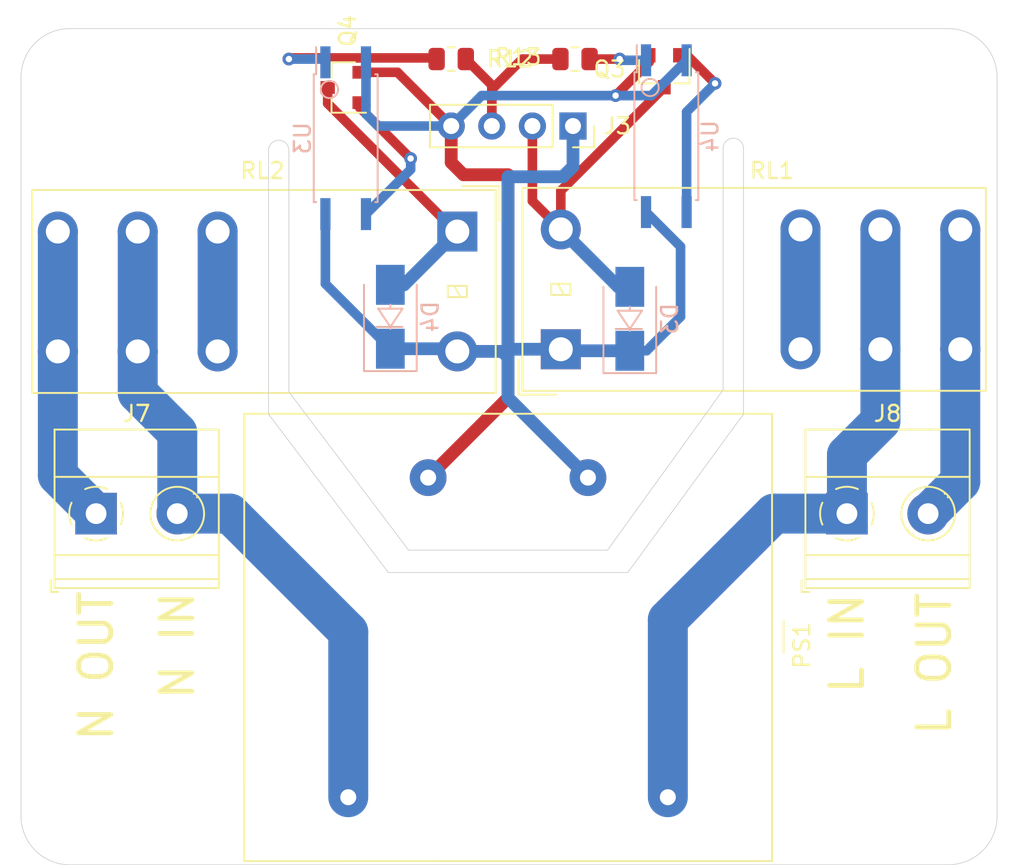
<source format=kicad_pcb>
(kicad_pcb (version 20171130) (host pcbnew "(5.1.7)-1")

  (general
    (thickness 1.6)
    (drawings 52)
    (tracks 97)
    (zones 0)
    (modules 18)
    (nets 16)
  )

  (page A4)
  (layers
    (0 F.Cu signal)
    (31 B.Cu signal)
    (32 B.Adhes user)
    (33 F.Adhes user)
    (34 B.Paste user)
    (35 F.Paste user)
    (36 B.SilkS user)
    (37 F.SilkS user)
    (38 B.Mask user)
    (39 F.Mask user)
    (40 Dwgs.User user)
    (41 Cmts.User user)
    (42 Eco1.User user)
    (43 Eco2.User user)
    (44 Edge.Cuts user)
    (45 Margin user)
    (46 B.CrtYd user)
    (47 F.CrtYd user)
    (48 B.Fab user)
    (49 F.Fab user)
  )

  (setup
    (last_trace_width 0.25)
    (user_trace_width 0.3)
    (user_trace_width 0.4)
    (user_trace_width 0.6)
    (user_trace_width 0.8)
    (user_trace_width 1)
    (user_trace_width 1.5)
    (user_trace_width 2.5)
    (user_trace_width 4)
    (trace_clearance 0.2)
    (zone_clearance 0.508)
    (zone_45_only no)
    (trace_min 0.2)
    (via_size 0.8)
    (via_drill 0.4)
    (via_min_size 0.4)
    (via_min_drill 0.3)
    (uvia_size 0.3)
    (uvia_drill 0.1)
    (uvias_allowed no)
    (uvia_min_size 0.2)
    (uvia_min_drill 0.1)
    (edge_width 0.05)
    (segment_width 0.2)
    (pcb_text_width 0.3)
    (pcb_text_size 1.5 1.5)
    (mod_edge_width 0.12)
    (mod_text_size 1 1)
    (mod_text_width 0.15)
    (pad_size 4.5 4.5)
    (pad_drill 2.7)
    (pad_to_mask_clearance 0)
    (aux_axis_origin 0 0)
    (visible_elements 7FFFFFFF)
    (pcbplotparams
      (layerselection 0x010f0_ffffffff)
      (usegerberextensions false)
      (usegerberattributes true)
      (usegerberadvancedattributes true)
      (creategerberjobfile true)
      (excludeedgelayer true)
      (linewidth 0.100000)
      (plotframeref false)
      (viasonmask false)
      (mode 1)
      (useauxorigin false)
      (hpglpennumber 1)
      (hpglpenspeed 20)
      (hpglpendiameter 15.000000)
      (psnegative false)
      (psa4output false)
      (plotreference true)
      (plotvalue true)
      (plotinvisibletext false)
      (padsonsilk true)
      (subtractmaskfromsilk false)
      (outputformat 1)
      (mirror false)
      (drillshape 0)
      (scaleselection 1)
      (outputdirectory "Gerber/"))
  )

  (net 0 "")
  (net 1 GND)
  (net 2 +5V)
  (net 3 L)
  (net 4 "Net-(Q4-Pad1)")
  (net 5 N)
  (net 6 GPIO14)
  (net 7 "Net-(R12-Pad1)")
  (net 8 RELE_D)
  (net 9 "Net-(D4-Pad2)")
  (net 10 "Net-(Q3-Pad1)")
  (net 11 "Net-(R13-Pad1)")
  (net 12 "Net-(RL1-Pad2)")
  (net 13 "Net-(RL2-Pad2)")
  (net 14 N_OUT)
  (net 15 L_OUT)

  (net_class Default "This is the default net class."
    (clearance 0.2)
    (trace_width 0.25)
    (via_dia 0.8)
    (via_drill 0.4)
    (uvia_dia 0.3)
    (uvia_drill 0.1)
    (add_net +5V)
    (add_net GND)
    (add_net GPIO14)
    (add_net L_OUT)
    (add_net N_OUT)
    (add_net "Net-(D4-Pad2)")
    (add_net "Net-(Q3-Pad1)")
    (add_net "Net-(Q4-Pad1)")
    (add_net "Net-(R12-Pad1)")
    (add_net "Net-(R13-Pad1)")
    (add_net "Net-(RL1-Pad2)")
    (add_net "Net-(RL2-Pad2)")
    (add_net RELE_D)
  )

  (net_class 230 ""
    (clearance 0.2)
    (trace_width 2.5)
    (via_dia 0.8)
    (via_drill 0.4)
    (uvia_dia 0.4)
    (uvia_drill 0.1)
    (add_net L)
    (add_net N)
  )

  (module Package_SO:SO-4_7.6x3.6mm_P2.54mm (layer B.Cu) (tedit 5B1E4DA6) (tstamp 5F9A0720)
    (at 162.56 48.514 270)
    (descr "4-Lead Plastic Small Outline (SO) (http://www.everlight.com/file/ProductFile/201407061745083848.pdf)")
    (tags "SO SOIC 2.54")
    (path /5FA0093F)
    (attr smd)
    (fp_text reference U4 (at 0 -2.7432 90) (layer B.SilkS)
      (effects (font (size 1 1) (thickness 0.15)) (justify mirror))
    )
    (fp_text value EL817 (at 0 -2.8 90) (layer B.Fab)
      (effects (font (size 1 1) (thickness 0.15)) (justify mirror))
    )
    (fp_line (start -4 1.85) (end -5.7 1.85) (layer B.SilkS) (width 0.12))
    (fp_line (start 4 -1.85) (end 4 -2) (layer B.SilkS) (width 0.12))
    (fp_line (start 4 -2) (end -4 -2) (layer B.SilkS) (width 0.12))
    (fp_line (start -4 -2) (end -4 -1.85) (layer B.SilkS) (width 0.12))
    (fp_line (start -4 1.85) (end -4 2) (layer B.SilkS) (width 0.12))
    (fp_line (start -4 2) (end 4 2) (layer B.SilkS) (width 0.12))
    (fp_line (start 4 2) (end 4 1.85) (layer B.SilkS) (width 0.12))
    (fp_line (start 3.8 1.8) (end 3.8 -1.8) (layer B.Fab) (width 0.12))
    (fp_line (start 3.8 -1.8) (end -3.8 -1.8) (layer B.Fab) (width 0.12))
    (fp_line (start -3.8 -1.8) (end -3.8 1) (layer B.Fab) (width 0.12))
    (fp_line (start -3.8 1) (end -3 1.8) (layer B.Fab) (width 0.12))
    (fp_line (start -3 1.8) (end 3.8 1.8) (layer B.Fab) (width 0.12))
    (fp_line (start -6 2.05) (end 6 2.05) (layer B.CrtYd) (width 0.05))
    (fp_line (start -6 2.05) (end -6 -2.05) (layer B.CrtYd) (width 0.05))
    (fp_line (start 6 -2.05) (end 6 2.05) (layer B.CrtYd) (width 0.05))
    (fp_line (start 6 -2.05) (end -6 -2.05) (layer B.CrtYd) (width 0.05))
    (fp_text user %R (at 0 0.065 90) (layer B.Fab)
      (effects (font (size 1 1) (thickness 0.15)) (justify mirror))
    )
    (pad 4 smd rect (at 4.75 1.27 270) (size 2 0.64) (layers B.Cu B.Paste B.Mask)
      (net 2 +5V))
    (pad 3 smd rect (at 4.75 -1.27 270) (size 2 0.64) (layers B.Cu B.Paste B.Mask)
      (net 10 "Net-(Q3-Pad1)"))
    (pad 2 smd rect (at -4.75 -1.27 270) (size 2 0.64) (layers B.Cu B.Paste B.Mask)
      (net 1 GND))
    (pad 1 smd rect (at -4.75 1.27 270) (size 2 0.64) (layers B.Cu B.Paste B.Mask)
      (net 11 "Net-(R13-Pad1)"))
    (model ${KISYS3DMOD}/Package_SO.3dshapes/SO-4_7.6x3.6mm_P2.54mm.wrl
      (at (xyz 0 0 0))
      (scale (xyz 1 1 1))
      (rotate (xyz 0 0 0))
    )
  )

  (module Relay_THT:Relay_DPDT_Omron_G2RL (layer F.Cu) (tedit 5E6F86BB) (tstamp 6033D32E)
    (at 149.479 54.483 180)
    (descr "Omron Relay DPDT, https://omronfs.omron.com/en_US/ecb/products/pdf/en-g2rl.pdf")
    (tags "Omron Relay DPDT")
    (path /606FDECB)
    (fp_text reference RL2 (at 12.192 3.81 180) (layer F.SilkS)
      (effects (font (size 1 1) (thickness 0.15)))
    )
    (fp_text value G2RL-2-DC5 (at 12.1 3.9 180) (layer F.Fab)
      (effects (font (size 1 1) (thickness 0.15)))
    )
    (fp_line (start 26.75 2.75) (end 26.75 -10.25) (layer F.CrtYd) (width 0.05))
    (fp_line (start -2.55 2.75) (end 26.75 2.75) (layer F.CrtYd) (width 0.05))
    (fp_line (start -2.55 -10.25) (end -2.55 2.75) (layer F.CrtYd) (width 0.05))
    (fp_line (start 26.75 -10.25) (end -2.55 -10.25) (layer F.CrtYd) (width 0.05))
    (fp_line (start -2.64 2.84) (end -2.64 0.65) (layer F.SilkS) (width 0.12))
    (fp_line (start -0.3 2.84) (end -2.64 2.84) (layer F.SilkS) (width 0.12))
    (fp_line (start 0.6 -3.4) (end 0.6 -4.1) (layer F.SilkS) (width 0.12))
    (fp_line (start -0.6 -3.4) (end 0.6 -3.4) (layer F.SilkS) (width 0.12))
    (fp_line (start -0.6 -4.1) (end -0.6 -3.4) (layer F.SilkS) (width 0.12))
    (fp_line (start 0.6 -4.1) (end -0.6 -4.1) (layer F.SilkS) (width 0.12))
    (fp_line (start 0.2 -3.4) (end -0.2 -4.1) (layer F.SilkS) (width 0.12))
    (fp_line (start 26.6 2.6) (end 26.6 -10.1) (layer F.SilkS) (width 0.12))
    (fp_line (start -2.4 2.6) (end 26.6 2.6) (layer F.SilkS) (width 0.12))
    (fp_line (start -2.4 -10.1) (end -2.4 2.6) (layer F.SilkS) (width 0.12))
    (fp_line (start 26.6 -10.1) (end -2.4 -10.1) (layer F.SilkS) (width 0.12))
    (fp_line (start -2.64 2.84) (end -2.64 0.65) (layer F.Fab) (width 0.1))
    (fp_line (start -0.3 2.84) (end -2.64 2.84) (layer F.Fab) (width 0.1))
    (fp_line (start 0 -1.5) (end 0 -6) (layer F.Fab) (width 0.1))
    (fp_line (start 26.5 2.5) (end 26.5 -10) (layer F.Fab) (width 0.1))
    (fp_line (start -2.3 2.5) (end 26.5 2.5) (layer F.Fab) (width 0.1))
    (fp_line (start -2.3 -10) (end -2.3 2.5) (layer F.Fab) (width 0.1))
    (fp_line (start 26.5 -10) (end -2.3 -10) (layer F.Fab) (width 0.1))
    (fp_text user %R (at 12 -3.75 180) (layer F.Fab)
      (effects (font (size 1 1) (thickness 0.15)))
    )
    (pad 1 thru_hole rect (at 0 0 270) (size 2.5 2.5) (drill 1.5) (layers *.Cu *.Mask)
      (net 9 "Net-(D4-Pad2)"))
    (pad 2 thru_hole oval (at 15 0 270) (size 2.5 2.5) (drill 1.5) (layers *.Cu *.Mask)
      (net 13 "Net-(RL2-Pad2)"))
    (pad 3 thru_hole oval (at 20 0 270) (size 2.5 2.5) (drill 1.5) (layers *.Cu *.Mask)
      (net 5 N))
    (pad 4 thru_hole oval (at 25 0 270) (size 2.5 2.5) (drill 1.5) (layers *.Cu *.Mask)
      (net 14 N_OUT))
    (pad 5 thru_hole oval (at 25 -7.5 270) (size 2.5 2.5) (drill 1.5) (layers *.Cu *.Mask)
      (net 14 N_OUT))
    (pad 6 thru_hole oval (at 20 -7.5 270) (size 2.5 2.5) (drill 1.5) (layers *.Cu *.Mask)
      (net 5 N))
    (pad 7 thru_hole oval (at 15 -7.5 270) (size 2.5 2.5) (drill 1.5) (layers *.Cu *.Mask)
      (net 13 "Net-(RL2-Pad2)"))
    (pad 8 thru_hole oval (at 0 -7.5 270) (size 2.5 2.5) (drill 1.5) (layers *.Cu *.Mask)
      (net 2 +5V))
    (model ${KISYS3DMOD}/Relay_THT.3dshapes/Relay_DPDT_Omron_G2RL.wrl
      (at (xyz 0 0 0))
      (scale (xyz 1 1 1))
      (rotate (xyz 0 0 0))
    )
  )

  (module Resistor_SMD:R_0805_2012Metric (layer F.Cu) (tedit 5F68FEEE) (tstamp 5F9A0657)
    (at 156.845 43.688 180)
    (descr "Resistor SMD 0805 (2012 Metric), square (rectangular) end terminal, IPC_7351 nominal, (Body size source: IPC-SM-782 page 72, https://www.pcb-3d.com/wordpress/wp-content/uploads/ipc-sm-782a_amendment_1_and_2.pdf), generated with kicad-footprint-generator")
    (tags resistor)
    (path /5F98060C)
    (attr smd)
    (fp_text reference R13 (at 3.556 0.127) (layer F.SilkS)
      (effects (font (size 1 1) (thickness 0.15)))
    )
    (fp_text value 1k (at 0 1.65) (layer F.Fab)
      (effects (font (size 1 1) (thickness 0.15)))
    )
    (fp_line (start -1 0.625) (end -1 -0.625) (layer F.Fab) (width 0.1))
    (fp_line (start -1 -0.625) (end 1 -0.625) (layer F.Fab) (width 0.1))
    (fp_line (start 1 -0.625) (end 1 0.625) (layer F.Fab) (width 0.1))
    (fp_line (start 1 0.625) (end -1 0.625) (layer F.Fab) (width 0.1))
    (fp_line (start -0.227064 -0.735) (end 0.227064 -0.735) (layer F.SilkS) (width 0.12))
    (fp_line (start -0.227064 0.735) (end 0.227064 0.735) (layer F.SilkS) (width 0.12))
    (fp_line (start -1.68 0.95) (end -1.68 -0.95) (layer F.CrtYd) (width 0.05))
    (fp_line (start -1.68 -0.95) (end 1.68 -0.95) (layer F.CrtYd) (width 0.05))
    (fp_line (start 1.68 -0.95) (end 1.68 0.95) (layer F.CrtYd) (width 0.05))
    (fp_line (start 1.68 0.95) (end -1.68 0.95) (layer F.CrtYd) (width 0.05))
    (fp_text user %R (at 0 0) (layer F.Fab)
      (effects (font (size 0.5 0.5) (thickness 0.08)))
    )
    (pad 2 smd roundrect (at 0.9125 0 180) (size 1.025 1.4) (layers F.Cu F.Paste F.Mask) (roundrect_rratio 0.2439004878048781)
      (net 6 GPIO14))
    (pad 1 smd roundrect (at -0.9125 0 180) (size 1.025 1.4) (layers F.Cu F.Paste F.Mask) (roundrect_rratio 0.2439004878048781)
      (net 11 "Net-(R13-Pad1)"))
    (model ${KISYS3DMOD}/Resistor_SMD.3dshapes/R_0805_2012Metric.wrl
      (at (xyz 0 0 0))
      (scale (xyz 1 1 1))
      (rotate (xyz 0 0 0))
    )
  )

  (module Relay_THT:Relay_DPDT_Omron_G2RL (layer F.Cu) (tedit 5E6F86BB) (tstamp 5F9A3DE4)
    (at 155.956 61.849)
    (descr "Omron Relay DPDT, https://omronfs.omron.com/en_US/ecb/products/pdf/en-g2rl.pdf")
    (tags "Omron Relay DPDT")
    (path /5FBF3E01)
    (fp_text reference RL1 (at 13.208 -11.176 180) (layer F.SilkS)
      (effects (font (size 1 1) (thickness 0.15)))
    )
    (fp_text value G2RL-2-DC5 (at 12.1 3.9 180) (layer F.Fab)
      (effects (font (size 1 1) (thickness 0.15)))
    )
    (fp_line (start 26.5 -10) (end -2.3 -10) (layer F.Fab) (width 0.1))
    (fp_line (start -2.3 -10) (end -2.3 2.5) (layer F.Fab) (width 0.1))
    (fp_line (start -2.3 2.5) (end 26.5 2.5) (layer F.Fab) (width 0.1))
    (fp_line (start 26.5 2.5) (end 26.5 -10) (layer F.Fab) (width 0.1))
    (fp_line (start 0 -1.5) (end 0 -6) (layer F.Fab) (width 0.1))
    (fp_line (start -0.3 2.84) (end -2.64 2.84) (layer F.Fab) (width 0.1))
    (fp_line (start -2.64 2.84) (end -2.64 0.65) (layer F.Fab) (width 0.1))
    (fp_line (start 26.6 -10.1) (end -2.4 -10.1) (layer F.SilkS) (width 0.12))
    (fp_line (start -2.4 -10.1) (end -2.4 2.6) (layer F.SilkS) (width 0.12))
    (fp_line (start -2.4 2.6) (end 26.6 2.6) (layer F.SilkS) (width 0.12))
    (fp_line (start 26.6 2.6) (end 26.6 -10.1) (layer F.SilkS) (width 0.12))
    (fp_line (start 0.2 -3.4) (end -0.2 -4.1) (layer F.SilkS) (width 0.12))
    (fp_line (start 0.6 -4.1) (end -0.6 -4.1) (layer F.SilkS) (width 0.12))
    (fp_line (start -0.6 -4.1) (end -0.6 -3.4) (layer F.SilkS) (width 0.12))
    (fp_line (start -0.6 -3.4) (end 0.6 -3.4) (layer F.SilkS) (width 0.12))
    (fp_line (start 0.6 -3.4) (end 0.6 -4.1) (layer F.SilkS) (width 0.12))
    (fp_line (start -0.3 2.84) (end -2.64 2.84) (layer F.SilkS) (width 0.12))
    (fp_line (start -2.64 2.84) (end -2.64 0.65) (layer F.SilkS) (width 0.12))
    (fp_line (start 26.75 -10.25) (end -2.55 -10.25) (layer F.CrtYd) (width 0.05))
    (fp_line (start -2.55 -10.25) (end -2.55 2.75) (layer F.CrtYd) (width 0.05))
    (fp_line (start -2.55 2.75) (end 26.75 2.75) (layer F.CrtYd) (width 0.05))
    (fp_line (start 26.75 2.75) (end 26.75 -10.25) (layer F.CrtYd) (width 0.05))
    (fp_text user %R (at 12 -3.75 180) (layer F.Fab)
      (effects (font (size 1 1) (thickness 0.15)))
    )
    (pad 8 thru_hole oval (at 0 -7.5 90) (size 2.5 2.5) (drill 1.5) (layers *.Cu *.Mask)
      (net 8 RELE_D))
    (pad 7 thru_hole oval (at 15 -7.5 90) (size 2.5 2.5) (drill 1.5) (layers *.Cu *.Mask)
      (net 12 "Net-(RL1-Pad2)"))
    (pad 6 thru_hole oval (at 20 -7.5 90) (size 2.5 2.5) (drill 1.5) (layers *.Cu *.Mask)
      (net 3 L))
    (pad 5 thru_hole oval (at 25 -7.5 90) (size 2.5 2.5) (drill 1.5) (layers *.Cu *.Mask)
      (net 15 L_OUT))
    (pad 4 thru_hole oval (at 25 0 90) (size 2.5 2.5) (drill 1.5) (layers *.Cu *.Mask)
      (net 15 L_OUT))
    (pad 3 thru_hole oval (at 20 0 90) (size 2.5 2.5) (drill 1.5) (layers *.Cu *.Mask)
      (net 3 L))
    (pad 2 thru_hole oval (at 15 0 90) (size 2.5 2.5) (drill 1.5) (layers *.Cu *.Mask)
      (net 12 "Net-(RL1-Pad2)"))
    (pad 1 thru_hole rect (at 0 0 90) (size 2.5 2.5) (drill 1.5) (layers *.Cu *.Mask)
      (net 2 +5V))
    (model ${KISYS3DMOD}/Relay_THT.3dshapes/Relay_DPDT_Omron_G2RL.wrl
      (at (xyz 0 0 0))
      (scale (xyz 1 1 1))
      (rotate (xyz 0 0 0))
    )
  )

  (module Diode_SMD:D_SMA (layer B.Cu) (tedit 586432E5) (tstamp 5F9BDAF5)
    (at 160.274 59.944 90)
    (descr "Diode SMA (DO-214AC)")
    (tags "Diode SMA (DO-214AC)")
    (path /5F9EA8E8)
    (attr smd)
    (fp_text reference D3 (at 0 2.5 90) (layer B.SilkS)
      (effects (font (size 1 1) (thickness 0.15)) (justify mirror))
    )
    (fp_text value D (at 0 -2.6 90) (layer B.Fab)
      (effects (font (size 1 1) (thickness 0.15)) (justify mirror))
    )
    (fp_line (start -3.4 1.65) (end -3.4 -1.65) (layer B.SilkS) (width 0.12))
    (fp_line (start 2.3 -1.5) (end -2.3 -1.5) (layer B.Fab) (width 0.1))
    (fp_line (start -2.3 -1.5) (end -2.3 1.5) (layer B.Fab) (width 0.1))
    (fp_line (start 2.3 1.5) (end 2.3 -1.5) (layer B.Fab) (width 0.1))
    (fp_line (start 2.3 1.5) (end -2.3 1.5) (layer B.Fab) (width 0.1))
    (fp_line (start -3.5 1.75) (end 3.5 1.75) (layer B.CrtYd) (width 0.05))
    (fp_line (start 3.5 1.75) (end 3.5 -1.75) (layer B.CrtYd) (width 0.05))
    (fp_line (start 3.5 -1.75) (end -3.5 -1.75) (layer B.CrtYd) (width 0.05))
    (fp_line (start -3.5 -1.75) (end -3.5 1.75) (layer B.CrtYd) (width 0.05))
    (fp_line (start -0.64944 -0.00102) (end -1.55114 -0.00102) (layer B.Fab) (width 0.1))
    (fp_line (start 0.50118 -0.00102) (end 1.4994 -0.00102) (layer B.Fab) (width 0.1))
    (fp_line (start -0.64944 0.79908) (end -0.64944 -0.80112) (layer B.Fab) (width 0.1))
    (fp_line (start 0.50118 -0.75032) (end 0.50118 0.79908) (layer B.Fab) (width 0.1))
    (fp_line (start -0.64944 -0.00102) (end 0.50118 -0.75032) (layer B.Fab) (width 0.1))
    (fp_line (start -0.64944 -0.00102) (end 0.50118 0.79908) (layer B.Fab) (width 0.1))
    (fp_line (start -3.4 -1.65) (end 2 -1.65) (layer B.SilkS) (width 0.12))
    (fp_line (start -3.4 1.65) (end 2 1.65) (layer B.SilkS) (width 0.12))
    (fp_text user %R (at 0 2.5 90) (layer B.Fab)
      (effects (font (size 1 1) (thickness 0.15)) (justify mirror))
    )
    (pad 2 smd rect (at 2 0 90) (size 2.5 1.8) (layers B.Cu B.Paste B.Mask)
      (net 8 RELE_D))
    (pad 1 smd rect (at -2 0 90) (size 2.5 1.8) (layers B.Cu B.Paste B.Mask)
      (net 2 +5V))
    (model ${KISYS3DMOD}/Diode_SMD.3dshapes/D_SMA.wrl
      (at (xyz 0 0 0))
      (scale (xyz 1 1 1))
      (rotate (xyz 0 0 0))
    )
  )

  (module Package_TO_SOT_SMD:SOT-23 (layer F.Cu) (tedit 5A02FF57) (tstamp 5F9BDB8C)
    (at 162.433 44.45 270)
    (descr "SOT-23, Standard")
    (tags SOT-23)
    (path /5F97E341)
    (attr smd)
    (fp_text reference Q3 (at -0.127 3.429 180) (layer F.SilkS)
      (effects (font (size 1 1) (thickness 0.15)))
    )
    (fp_text value MMBT5551L (at 0 2.5 90) (layer F.Fab)
      (effects (font (size 1 1) (thickness 0.15)))
    )
    (fp_line (start -0.7 -0.95) (end -0.7 1.5) (layer F.Fab) (width 0.1))
    (fp_line (start -0.15 -1.52) (end 0.7 -1.52) (layer F.Fab) (width 0.1))
    (fp_line (start -0.7 -0.95) (end -0.15 -1.52) (layer F.Fab) (width 0.1))
    (fp_line (start 0.7 -1.52) (end 0.7 1.52) (layer F.Fab) (width 0.1))
    (fp_line (start -0.7 1.52) (end 0.7 1.52) (layer F.Fab) (width 0.1))
    (fp_line (start 0.76 1.58) (end 0.76 0.65) (layer F.SilkS) (width 0.12))
    (fp_line (start 0.76 -1.58) (end 0.76 -0.65) (layer F.SilkS) (width 0.12))
    (fp_line (start -1.7 -1.75) (end 1.7 -1.75) (layer F.CrtYd) (width 0.05))
    (fp_line (start 1.7 -1.75) (end 1.7 1.75) (layer F.CrtYd) (width 0.05))
    (fp_line (start 1.7 1.75) (end -1.7 1.75) (layer F.CrtYd) (width 0.05))
    (fp_line (start -1.7 1.75) (end -1.7 -1.75) (layer F.CrtYd) (width 0.05))
    (fp_line (start 0.76 -1.58) (end -1.4 -1.58) (layer F.SilkS) (width 0.12))
    (fp_line (start 0.76 1.58) (end -0.7 1.58) (layer F.SilkS) (width 0.12))
    (fp_text user %R (at 0 0) (layer F.Fab)
      (effects (font (size 0.5 0.5) (thickness 0.075)))
    )
    (pad 3 smd rect (at 1 0 270) (size 0.9 0.8) (layers F.Cu F.Paste F.Mask)
      (net 8 RELE_D))
    (pad 2 smd rect (at -1 0.95 270) (size 0.9 0.8) (layers F.Cu F.Paste F.Mask)
      (net 1 GND))
    (pad 1 smd rect (at -1 -0.95 270) (size 0.9 0.8) (layers F.Cu F.Paste F.Mask)
      (net 10 "Net-(Q3-Pad1)"))
    (model ${KISYS3DMOD}/Package_TO_SOT_SMD.3dshapes/SOT-23.wrl
      (at (xyz 0 0 0))
      (scale (xyz 1 1 1))
      (rotate (xyz 0 0 0))
    )
  )

  (module Connector_PinSocket_2.54mm:PinSocket_1x04_P2.54mm_Vertical (layer F.Cu) (tedit 5A19A429) (tstamp 603393E4)
    (at 156.718 47.879 270)
    (descr "Through hole straight socket strip, 1x04, 2.54mm pitch, single row (from Kicad 4.0.7), script generated")
    (tags "Through hole socket strip THT 1x04 2.54mm single row")
    (path /60520ADA)
    (fp_text reference J3 (at 0 -2.77 180) (layer F.SilkS)
      (effects (font (size 1 1) (thickness 0.15)))
    )
    (fp_text value Conn_01x04_Female (at 0 10.39 90) (layer F.Fab)
      (effects (font (size 1 1) (thickness 0.15)))
    )
    (fp_line (start -1.8 9.4) (end -1.8 -1.8) (layer F.CrtYd) (width 0.05))
    (fp_line (start 1.75 9.4) (end -1.8 9.4) (layer F.CrtYd) (width 0.05))
    (fp_line (start 1.75 -1.8) (end 1.75 9.4) (layer F.CrtYd) (width 0.05))
    (fp_line (start -1.8 -1.8) (end 1.75 -1.8) (layer F.CrtYd) (width 0.05))
    (fp_line (start 0 -1.33) (end 1.33 -1.33) (layer F.SilkS) (width 0.12))
    (fp_line (start 1.33 -1.33) (end 1.33 0) (layer F.SilkS) (width 0.12))
    (fp_line (start 1.33 1.27) (end 1.33 8.95) (layer F.SilkS) (width 0.12))
    (fp_line (start -1.33 8.95) (end 1.33 8.95) (layer F.SilkS) (width 0.12))
    (fp_line (start -1.33 1.27) (end -1.33 8.95) (layer F.SilkS) (width 0.12))
    (fp_line (start -1.33 1.27) (end 1.33 1.27) (layer F.SilkS) (width 0.12))
    (fp_line (start -1.27 8.89) (end -1.27 -1.27) (layer F.Fab) (width 0.1))
    (fp_line (start 1.27 8.89) (end -1.27 8.89) (layer F.Fab) (width 0.1))
    (fp_line (start 1.27 -0.635) (end 1.27 8.89) (layer F.Fab) (width 0.1))
    (fp_line (start 0.635 -1.27) (end 1.27 -0.635) (layer F.Fab) (width 0.1))
    (fp_line (start -1.27 -1.27) (end 0.635 -1.27) (layer F.Fab) (width 0.1))
    (fp_text user %R (at 0 3.81) (layer F.Fab)
      (effects (font (size 1 1) (thickness 0.15)))
    )
    (pad 1 thru_hole rect (at 0 0 270) (size 1.7 1.7) (drill 1) (layers *.Cu *.Mask)
      (net 2 +5V))
    (pad 2 thru_hole oval (at 0 2.54 270) (size 1.7 1.7) (drill 1) (layers *.Cu *.Mask)
      (net 8 RELE_D))
    (pad 3 thru_hole oval (at 0 5.08 270) (size 1.7 1.7) (drill 1) (layers *.Cu *.Mask)
      (net 6 GPIO14))
    (pad 4 thru_hole oval (at 0 7.62 270) (size 1.7 1.7) (drill 1) (layers *.Cu *.Mask)
      (net 1 GND))
    (model ${KISYS3DMOD}/Connector_PinSocket_2.54mm.3dshapes/PinSocket_1x04_P2.54mm_Vertical.wrl
      (at (xyz 0 0 0))
      (scale (xyz 1 1 1))
      (rotate (xyz 0 0 0))
    )
  )

  (module MountingHole:MountingHole_3.2mm_M3 (layer F.Cu) (tedit 56D1B4CB) (tstamp 60339C56)
    (at 133.223 45.593)
    (descr "Mounting Hole 3.2mm, no annular, M3")
    (tags "mounting hole 3.2mm no annular m3")
    (path /605FAC2E)
    (attr virtual)
    (fp_text reference H5 (at 0 -4.2) (layer F.SilkS) hide
      (effects (font (size 1 1) (thickness 0.15)))
    )
    (fp_text value MountingHole (at 0 4.2) (layer F.Fab)
      (effects (font (size 1 1) (thickness 0.15)))
    )
    (fp_circle (center 0 0) (end 3.2 0) (layer Cmts.User) (width 0.15))
    (fp_circle (center 0 0) (end 3.45 0) (layer F.CrtYd) (width 0.05))
    (fp_text user %R (at 0.3 0) (layer F.Fab)
      (effects (font (size 1 1) (thickness 0.15)))
    )
    (pad 1 np_thru_hole circle (at 0 0) (size 3.2 3.2) (drill 3.2) (layers *.Cu *.Mask))
  )

  (module MountingHole:MountingHole_3.2mm_M3 (layer F.Cu) (tedit 56D1B4CB) (tstamp 60339C5E)
    (at 172.212 45.593)
    (descr "Mounting Hole 3.2mm, no annular, M3")
    (tags "mounting hole 3.2mm no annular m3")
    (path /60602CBD)
    (attr virtual)
    (fp_text reference H6 (at 0 -4.2) (layer F.SilkS) hide
      (effects (font (size 1 1) (thickness 0.15)))
    )
    (fp_text value MountingHole (at 0 4.2) (layer F.Fab)
      (effects (font (size 1 1) (thickness 0.15)))
    )
    (fp_circle (center 0 0) (end 3.2 0) (layer Cmts.User) (width 0.15))
    (fp_circle (center 0 0) (end 3.45 0) (layer F.CrtYd) (width 0.05))
    (fp_text user %R (at 0.3 0) (layer F.Fab)
      (effects (font (size 1 1) (thickness 0.15)))
    )
    (pad 1 np_thru_hole circle (at 0 0) (size 3.2 3.2) (drill 3.2) (layers *.Cu *.Mask))
  )

  (module MountingHole:MountingHole_3.2mm_M3 (layer F.Cu) (tedit 56D1B4CB) (tstamp 60339C66)
    (at 133.223 87.122)
    (descr "Mounting Hole 3.2mm, no annular, M3")
    (tags "mounting hole 3.2mm no annular m3")
    (path /60602AF9)
    (attr virtual)
    (fp_text reference H7 (at 0 -4.2) (layer F.SilkS) hide
      (effects (font (size 1 1) (thickness 0.15)))
    )
    (fp_text value MountingHole (at 0 4.2) (layer F.Fab)
      (effects (font (size 1 1) (thickness 0.15)))
    )
    (fp_circle (center 0 0) (end 3.45 0) (layer F.CrtYd) (width 0.05))
    (fp_circle (center 0 0) (end 3.2 0) (layer Cmts.User) (width 0.15))
    (fp_text user %R (at 0.3 0) (layer F.Fab)
      (effects (font (size 1 1) (thickness 0.15)))
    )
    (pad 1 np_thru_hole circle (at 0 0) (size 3.2 3.2) (drill 3.2) (layers *.Cu *.Mask))
  )

  (module MountingHole:MountingHole_3.2mm_M3 (layer F.Cu) (tedit 56D1B4CB) (tstamp 60339C6E)
    (at 172.212 87.122)
    (descr "Mounting Hole 3.2mm, no annular, M3")
    (tags "mounting hole 3.2mm no annular m3")
    (path /60602FCA)
    (attr virtual)
    (fp_text reference H8 (at 0 -4.2) (layer F.SilkS) hide
      (effects (font (size 1 1) (thickness 0.15)))
    )
    (fp_text value MountingHole (at 0 4.2) (layer F.Fab)
      (effects (font (size 1 1) (thickness 0.15)))
    )
    (fp_circle (center 0 0) (end 3.45 0) (layer F.CrtYd) (width 0.05))
    (fp_circle (center 0 0) (end 3.2 0) (layer Cmts.User) (width 0.15))
    (fp_text user %R (at 0.3 0) (layer F.Fab)
      (effects (font (size 1 1) (thickness 0.15)))
    )
    (pad 1 np_thru_hole circle (at 0 0) (size 3.2 3.2) (drill 3.2) (layers *.Cu *.Mask))
  )

  (module Diode_SMD:D_SMA (layer B.Cu) (tedit 586432E5) (tstamp 6033D2E5)
    (at 145.288 59.817 90)
    (descr "Diode SMA (DO-214AC)")
    (tags "Diode SMA (DO-214AC)")
    (path /606FDEF8)
    (attr smd)
    (fp_text reference D4 (at 0 2.5 -90) (layer B.SilkS)
      (effects (font (size 1 1) (thickness 0.15)) (justify mirror))
    )
    (fp_text value D (at 0 -2.6 -90) (layer B.Fab)
      (effects (font (size 1 1) (thickness 0.15)) (justify mirror))
    )
    (fp_line (start -3.4 1.65) (end 2 1.65) (layer B.SilkS) (width 0.12))
    (fp_line (start -3.4 -1.65) (end 2 -1.65) (layer B.SilkS) (width 0.12))
    (fp_line (start -0.64944 -0.00102) (end 0.50118 0.79908) (layer B.Fab) (width 0.1))
    (fp_line (start -0.64944 -0.00102) (end 0.50118 -0.75032) (layer B.Fab) (width 0.1))
    (fp_line (start 0.50118 -0.75032) (end 0.50118 0.79908) (layer B.Fab) (width 0.1))
    (fp_line (start -0.64944 0.79908) (end -0.64944 -0.80112) (layer B.Fab) (width 0.1))
    (fp_line (start 0.50118 -0.00102) (end 1.4994 -0.00102) (layer B.Fab) (width 0.1))
    (fp_line (start -0.64944 -0.00102) (end -1.55114 -0.00102) (layer B.Fab) (width 0.1))
    (fp_line (start -3.5 -1.75) (end -3.5 1.75) (layer B.CrtYd) (width 0.05))
    (fp_line (start 3.5 -1.75) (end -3.5 -1.75) (layer B.CrtYd) (width 0.05))
    (fp_line (start 3.5 1.75) (end 3.5 -1.75) (layer B.CrtYd) (width 0.05))
    (fp_line (start -3.5 1.75) (end 3.5 1.75) (layer B.CrtYd) (width 0.05))
    (fp_line (start 2.3 1.5) (end -2.3 1.5) (layer B.Fab) (width 0.1))
    (fp_line (start 2.3 1.5) (end 2.3 -1.5) (layer B.Fab) (width 0.1))
    (fp_line (start -2.3 -1.5) (end -2.3 1.5) (layer B.Fab) (width 0.1))
    (fp_line (start 2.3 -1.5) (end -2.3 -1.5) (layer B.Fab) (width 0.1))
    (fp_line (start -3.4 1.65) (end -3.4 -1.65) (layer B.SilkS) (width 0.12))
    (fp_text user %R (at 0 2.5 -90) (layer B.Fab)
      (effects (font (size 1 1) (thickness 0.15)) (justify mirror))
    )
    (pad 1 smd rect (at -2 0 90) (size 2.5 1.8) (layers B.Cu B.Paste B.Mask)
      (net 2 +5V))
    (pad 2 smd rect (at 2 0 90) (size 2.5 1.8) (layers B.Cu B.Paste B.Mask)
      (net 9 "Net-(D4-Pad2)"))
    (model ${KISYS3DMOD}/Diode_SMD.3dshapes/D_SMA.wrl
      (at (xyz 0 0 0))
      (scale (xyz 1 1 1))
      (rotate (xyz 0 0 0))
    )
  )

  (module Package_TO_SOT_SMD:SOT-23 (layer F.Cu) (tedit 5A02FF57) (tstamp 6033D2FA)
    (at 142.367 45.466 180)
    (descr "SOT-23, Standard")
    (tags SOT-23)
    (path /606FDF15)
    (attr smd)
    (fp_text reference Q4 (at -0.254 3.556 270) (layer F.SilkS)
      (effects (font (size 1 1) (thickness 0.15)))
    )
    (fp_text value MMBT5551L (at 0 2.5) (layer F.Fab)
      (effects (font (size 1 1) (thickness 0.15)))
    )
    (fp_line (start 0.76 1.58) (end -0.7 1.58) (layer F.SilkS) (width 0.12))
    (fp_line (start 0.76 -1.58) (end -1.4 -1.58) (layer F.SilkS) (width 0.12))
    (fp_line (start -1.7 1.75) (end -1.7 -1.75) (layer F.CrtYd) (width 0.05))
    (fp_line (start 1.7 1.75) (end -1.7 1.75) (layer F.CrtYd) (width 0.05))
    (fp_line (start 1.7 -1.75) (end 1.7 1.75) (layer F.CrtYd) (width 0.05))
    (fp_line (start -1.7 -1.75) (end 1.7 -1.75) (layer F.CrtYd) (width 0.05))
    (fp_line (start 0.76 -1.58) (end 0.76 -0.65) (layer F.SilkS) (width 0.12))
    (fp_line (start 0.76 1.58) (end 0.76 0.65) (layer F.SilkS) (width 0.12))
    (fp_line (start -0.7 1.52) (end 0.7 1.52) (layer F.Fab) (width 0.1))
    (fp_line (start 0.7 -1.52) (end 0.7 1.52) (layer F.Fab) (width 0.1))
    (fp_line (start -0.7 -0.95) (end -0.15 -1.52) (layer F.Fab) (width 0.1))
    (fp_line (start -0.15 -1.52) (end 0.7 -1.52) (layer F.Fab) (width 0.1))
    (fp_line (start -0.7 -0.95) (end -0.7 1.5) (layer F.Fab) (width 0.1))
    (fp_text user %R (at 0 0 90) (layer F.Fab)
      (effects (font (size 0.5 0.5) (thickness 0.075)))
    )
    (pad 1 smd rect (at -1 -0.95 180) (size 0.9 0.8) (layers F.Cu F.Paste F.Mask)
      (net 4 "Net-(Q4-Pad1)"))
    (pad 2 smd rect (at -1 0.95 180) (size 0.9 0.8) (layers F.Cu F.Paste F.Mask)
      (net 1 GND))
    (pad 3 smd rect (at 1 0 180) (size 0.9 0.8) (layers F.Cu F.Paste F.Mask)
      (net 9 "Net-(D4-Pad2)"))
    (model ${KISYS3DMOD}/Package_TO_SOT_SMD.3dshapes/SOT-23.wrl
      (at (xyz 0 0 0))
      (scale (xyz 1 1 1))
      (rotate (xyz 0 0 0))
    )
  )

  (module Resistor_SMD:R_0805_2012Metric (layer F.Cu) (tedit 5F68FEEE) (tstamp 6033D30B)
    (at 149.098 43.688)
    (descr "Resistor SMD 0805 (2012 Metric), square (rectangular) end terminal, IPC_7351 nominal, (Body size source: IPC-SM-782 page 72, https://www.pcb-3d.com/wordpress/wp-content/uploads/ipc-sm-782a_amendment_1_and_2.pdf), generated with kicad-footprint-generator")
    (tags resistor)
    (path /606FDF07)
    (attr smd)
    (fp_text reference R12 (at 3.683 0) (layer F.SilkS)
      (effects (font (size 1 1) (thickness 0.15)))
    )
    (fp_text value 1k (at 0 1.65) (layer F.Fab)
      (effects (font (size 1 1) (thickness 0.15)))
    )
    (fp_line (start 1.68 0.95) (end -1.68 0.95) (layer F.CrtYd) (width 0.05))
    (fp_line (start 1.68 -0.95) (end 1.68 0.95) (layer F.CrtYd) (width 0.05))
    (fp_line (start -1.68 -0.95) (end 1.68 -0.95) (layer F.CrtYd) (width 0.05))
    (fp_line (start -1.68 0.95) (end -1.68 -0.95) (layer F.CrtYd) (width 0.05))
    (fp_line (start -0.227064 0.735) (end 0.227064 0.735) (layer F.SilkS) (width 0.12))
    (fp_line (start -0.227064 -0.735) (end 0.227064 -0.735) (layer F.SilkS) (width 0.12))
    (fp_line (start 1 0.625) (end -1 0.625) (layer F.Fab) (width 0.1))
    (fp_line (start 1 -0.625) (end 1 0.625) (layer F.Fab) (width 0.1))
    (fp_line (start -1 -0.625) (end 1 -0.625) (layer F.Fab) (width 0.1))
    (fp_line (start -1 0.625) (end -1 -0.625) (layer F.Fab) (width 0.1))
    (fp_text user %R (at 0 0) (layer F.Fab)
      (effects (font (size 0.5 0.5) (thickness 0.08)))
    )
    (pad 1 smd roundrect (at -0.9125 0) (size 1.025 1.4) (layers F.Cu F.Paste F.Mask) (roundrect_rratio 0.2439014634146341)
      (net 7 "Net-(R12-Pad1)"))
    (pad 2 smd roundrect (at 0.9125 0) (size 1.025 1.4) (layers F.Cu F.Paste F.Mask) (roundrect_rratio 0.2439014634146341)
      (net 6 GPIO14))
    (model ${KISYS3DMOD}/Resistor_SMD.3dshapes/R_0805_2012Metric.wrl
      (at (xyz 0 0 0))
      (scale (xyz 1 1 1))
      (rotate (xyz 0 0 0))
    )
  )

  (module Package_SO:SO-4_7.6x3.6mm_P2.54mm (layer B.Cu) (tedit 5B1E4DA6) (tstamp 6033D347)
    (at 142.494 48.641 270)
    (descr "4-Lead Plastic Small Outline (SO) (http://www.everlight.com/file/ProductFile/201407061745083848.pdf)")
    (tags "SO SOIC 2.54")
    (path /606FDEEB)
    (attr smd)
    (fp_text reference U3 (at 0 2.7 90) (layer B.SilkS)
      (effects (font (size 1 1) (thickness 0.15)) (justify mirror))
    )
    (fp_text value EL817 (at 0 -2.8 90) (layer B.Fab)
      (effects (font (size 1 1) (thickness 0.15)) (justify mirror))
    )
    (fp_line (start 6 -2.05) (end -6 -2.05) (layer B.CrtYd) (width 0.05))
    (fp_line (start 6 -2.05) (end 6 2.05) (layer B.CrtYd) (width 0.05))
    (fp_line (start -6 2.05) (end -6 -2.05) (layer B.CrtYd) (width 0.05))
    (fp_line (start -6 2.05) (end 6 2.05) (layer B.CrtYd) (width 0.05))
    (fp_line (start -3 1.8) (end 3.8 1.8) (layer B.Fab) (width 0.12))
    (fp_line (start -3.8 1) (end -3 1.8) (layer B.Fab) (width 0.12))
    (fp_line (start -3.8 -1.8) (end -3.8 1) (layer B.Fab) (width 0.12))
    (fp_line (start 3.8 -1.8) (end -3.8 -1.8) (layer B.Fab) (width 0.12))
    (fp_line (start 3.8 1.8) (end 3.8 -1.8) (layer B.Fab) (width 0.12))
    (fp_line (start 4 2) (end 4 1.85) (layer B.SilkS) (width 0.12))
    (fp_line (start -4 2) (end 4 2) (layer B.SilkS) (width 0.12))
    (fp_line (start -4 1.85) (end -4 2) (layer B.SilkS) (width 0.12))
    (fp_line (start -4 -2) (end -4 -1.85) (layer B.SilkS) (width 0.12))
    (fp_line (start 4 -2) (end -4 -2) (layer B.SilkS) (width 0.12))
    (fp_line (start 4 -1.85) (end 4 -2) (layer B.SilkS) (width 0.12))
    (fp_line (start -4 1.85) (end -5.7 1.85) (layer B.SilkS) (width 0.12))
    (fp_text user %R (at 0 0.065 90) (layer B.Fab)
      (effects (font (size 1 1) (thickness 0.15)) (justify mirror))
    )
    (pad 1 smd rect (at -4.75 1.27 270) (size 2 0.64) (layers B.Cu B.Paste B.Mask)
      (net 7 "Net-(R12-Pad1)"))
    (pad 2 smd rect (at -4.75 -1.27 270) (size 2 0.64) (layers B.Cu B.Paste B.Mask)
      (net 1 GND))
    (pad 3 smd rect (at 4.75 -1.27 270) (size 2 0.64) (layers B.Cu B.Paste B.Mask)
      (net 4 "Net-(Q4-Pad1)"))
    (pad 4 smd rect (at 4.75 1.27 270) (size 2 0.64) (layers B.Cu B.Paste B.Mask)
      (net 2 +5V))
    (model ${KISYS3DMOD}/Package_SO.3dshapes/SO-4_7.6x3.6mm_P2.54mm.wrl
      (at (xyz 0 0 0))
      (scale (xyz 1 1 1))
      (rotate (xyz 0 0 0))
    )
  )

  (module TerminalBlock_Phoenix:TerminalBlock_Phoenix_MKDS-1,5-2-5.08_1x02_P5.08mm_Horizontal (layer F.Cu) (tedit 5B294EBC) (tstamp 6033E5D9)
    (at 126.873 72.136)
    (descr "Terminal Block Phoenix MKDS-1,5-2-5.08, 2 pins, pitch 5.08mm, size 10.2x9.8mm^2, drill diamater 1.3mm, pad diameter 2.6mm, see http://www.farnell.com/datasheets/100425.pdf, script-generated using https://github.com/pointhi/kicad-footprint-generator/scripts/TerminalBlock_Phoenix")
    (tags "THT Terminal Block Phoenix MKDS-1,5-2-5.08 pitch 5.08mm size 10.2x9.8mm^2 drill 1.3mm pad 2.6mm")
    (path /6080F88D)
    (fp_text reference J7 (at 2.54 -6.26) (layer F.SilkS)
      (effects (font (size 1 1) (thickness 0.15)))
    )
    (fp_text value Screw_Terminal_01x02 (at 2.54 5.66) (layer F.Fab)
      (effects (font (size 1 1) (thickness 0.15)))
    )
    (fp_circle (center 0 0) (end 1.5 0) (layer F.Fab) (width 0.1))
    (fp_circle (center 5.08 0) (end 6.58 0) (layer F.Fab) (width 0.1))
    (fp_circle (center 5.08 0) (end 6.76 0) (layer F.SilkS) (width 0.12))
    (fp_line (start -2.54 -5.2) (end 7.62 -5.2) (layer F.Fab) (width 0.1))
    (fp_line (start 7.62 -5.2) (end 7.62 4.6) (layer F.Fab) (width 0.1))
    (fp_line (start 7.62 4.6) (end -2.04 4.6) (layer F.Fab) (width 0.1))
    (fp_line (start -2.04 4.6) (end -2.54 4.1) (layer F.Fab) (width 0.1))
    (fp_line (start -2.54 4.1) (end -2.54 -5.2) (layer F.Fab) (width 0.1))
    (fp_line (start -2.54 4.1) (end 7.62 4.1) (layer F.Fab) (width 0.1))
    (fp_line (start -2.6 4.1) (end 7.68 4.1) (layer F.SilkS) (width 0.12))
    (fp_line (start -2.54 2.6) (end 7.62 2.6) (layer F.Fab) (width 0.1))
    (fp_line (start -2.6 2.6) (end 7.68 2.6) (layer F.SilkS) (width 0.12))
    (fp_line (start -2.54 -2.3) (end 7.62 -2.3) (layer F.Fab) (width 0.1))
    (fp_line (start -2.6 -2.301) (end 7.68 -2.301) (layer F.SilkS) (width 0.12))
    (fp_line (start -2.6 -5.261) (end 7.68 -5.261) (layer F.SilkS) (width 0.12))
    (fp_line (start -2.6 4.66) (end 7.68 4.66) (layer F.SilkS) (width 0.12))
    (fp_line (start -2.6 -5.261) (end -2.6 4.66) (layer F.SilkS) (width 0.12))
    (fp_line (start 7.68 -5.261) (end 7.68 4.66) (layer F.SilkS) (width 0.12))
    (fp_line (start 1.138 -0.955) (end -0.955 1.138) (layer F.Fab) (width 0.1))
    (fp_line (start 0.955 -1.138) (end -1.138 0.955) (layer F.Fab) (width 0.1))
    (fp_line (start 6.218 -0.955) (end 4.126 1.138) (layer F.Fab) (width 0.1))
    (fp_line (start 6.035 -1.138) (end 3.943 0.955) (layer F.Fab) (width 0.1))
    (fp_line (start 6.355 -1.069) (end 6.308 -1.023) (layer F.SilkS) (width 0.12))
    (fp_line (start 4.046 1.239) (end 4.011 1.274) (layer F.SilkS) (width 0.12))
    (fp_line (start 6.15 -1.275) (end 6.115 -1.239) (layer F.SilkS) (width 0.12))
    (fp_line (start 3.853 1.023) (end 3.806 1.069) (layer F.SilkS) (width 0.12))
    (fp_line (start -2.84 4.16) (end -2.84 4.9) (layer F.SilkS) (width 0.12))
    (fp_line (start -2.84 4.9) (end -2.34 4.9) (layer F.SilkS) (width 0.12))
    (fp_line (start -3.04 -5.71) (end -3.04 5.1) (layer F.CrtYd) (width 0.05))
    (fp_line (start -3.04 5.1) (end 8.13 5.1) (layer F.CrtYd) (width 0.05))
    (fp_line (start 8.13 5.1) (end 8.13 -5.71) (layer F.CrtYd) (width 0.05))
    (fp_line (start 8.13 -5.71) (end -3.04 -5.71) (layer F.CrtYd) (width 0.05))
    (fp_text user %R (at 2.54 3.2) (layer F.Fab)
      (effects (font (size 1 1) (thickness 0.15)))
    )
    (fp_arc (start 0 0) (end -0.684 1.535) (angle -25) (layer F.SilkS) (width 0.12))
    (fp_arc (start 0 0) (end -1.535 -0.684) (angle -48) (layer F.SilkS) (width 0.12))
    (fp_arc (start 0 0) (end 0.684 -1.535) (angle -48) (layer F.SilkS) (width 0.12))
    (fp_arc (start 0 0) (end 1.535 0.684) (angle -48) (layer F.SilkS) (width 0.12))
    (fp_arc (start 0 0) (end 0 1.68) (angle -24) (layer F.SilkS) (width 0.12))
    (pad 2 thru_hole circle (at 5.08 0) (size 2.6 2.6) (drill 1.3) (layers *.Cu *.Mask)
      (net 5 N))
    (pad 1 thru_hole rect (at 0 0) (size 2.6 2.6) (drill 1.3) (layers *.Cu *.Mask)
      (net 14 N_OUT))
    (model ${KISYS3DMOD}/TerminalBlock_Phoenix.3dshapes/TerminalBlock_Phoenix_MKDS-1,5-2-5.08_1x02_P5.08mm_Horizontal.wrl
      (at (xyz 0 0 0))
      (scale (xyz 1 1 1))
      (rotate (xyz 0 0 0))
    )
  )

  (module TerminalBlock_Phoenix:TerminalBlock_Phoenix_MKDS-1,5-2-5.08_1x02_P5.08mm_Horizontal (layer F.Cu) (tedit 5B294EBC) (tstamp 6033E605)
    (at 173.863 72.136)
    (descr "Terminal Block Phoenix MKDS-1,5-2-5.08, 2 pins, pitch 5.08mm, size 10.2x9.8mm^2, drill diamater 1.3mm, pad diameter 2.6mm, see http://www.farnell.com/datasheets/100425.pdf, script-generated using https://github.com/pointhi/kicad-footprint-generator/scripts/TerminalBlock_Phoenix")
    (tags "THT Terminal Block Phoenix MKDS-1,5-2-5.08 pitch 5.08mm size 10.2x9.8mm^2 drill 1.3mm pad 2.6mm")
    (path /6080FF10)
    (fp_text reference J8 (at 2.54 -6.26) (layer F.SilkS)
      (effects (font (size 1 1) (thickness 0.15)))
    )
    (fp_text value Screw_Terminal_01x02 (at 2.54 5.66) (layer F.Fab)
      (effects (font (size 1 1) (thickness 0.15)))
    )
    (fp_line (start 8.13 -5.71) (end -3.04 -5.71) (layer F.CrtYd) (width 0.05))
    (fp_line (start 8.13 5.1) (end 8.13 -5.71) (layer F.CrtYd) (width 0.05))
    (fp_line (start -3.04 5.1) (end 8.13 5.1) (layer F.CrtYd) (width 0.05))
    (fp_line (start -3.04 -5.71) (end -3.04 5.1) (layer F.CrtYd) (width 0.05))
    (fp_line (start -2.84 4.9) (end -2.34 4.9) (layer F.SilkS) (width 0.12))
    (fp_line (start -2.84 4.16) (end -2.84 4.9) (layer F.SilkS) (width 0.12))
    (fp_line (start 3.853 1.023) (end 3.806 1.069) (layer F.SilkS) (width 0.12))
    (fp_line (start 6.15 -1.275) (end 6.115 -1.239) (layer F.SilkS) (width 0.12))
    (fp_line (start 4.046 1.239) (end 4.011 1.274) (layer F.SilkS) (width 0.12))
    (fp_line (start 6.355 -1.069) (end 6.308 -1.023) (layer F.SilkS) (width 0.12))
    (fp_line (start 6.035 -1.138) (end 3.943 0.955) (layer F.Fab) (width 0.1))
    (fp_line (start 6.218 -0.955) (end 4.126 1.138) (layer F.Fab) (width 0.1))
    (fp_line (start 0.955 -1.138) (end -1.138 0.955) (layer F.Fab) (width 0.1))
    (fp_line (start 1.138 -0.955) (end -0.955 1.138) (layer F.Fab) (width 0.1))
    (fp_line (start 7.68 -5.261) (end 7.68 4.66) (layer F.SilkS) (width 0.12))
    (fp_line (start -2.6 -5.261) (end -2.6 4.66) (layer F.SilkS) (width 0.12))
    (fp_line (start -2.6 4.66) (end 7.68 4.66) (layer F.SilkS) (width 0.12))
    (fp_line (start -2.6 -5.261) (end 7.68 -5.261) (layer F.SilkS) (width 0.12))
    (fp_line (start -2.6 -2.301) (end 7.68 -2.301) (layer F.SilkS) (width 0.12))
    (fp_line (start -2.54 -2.3) (end 7.62 -2.3) (layer F.Fab) (width 0.1))
    (fp_line (start -2.6 2.6) (end 7.68 2.6) (layer F.SilkS) (width 0.12))
    (fp_line (start -2.54 2.6) (end 7.62 2.6) (layer F.Fab) (width 0.1))
    (fp_line (start -2.6 4.1) (end 7.68 4.1) (layer F.SilkS) (width 0.12))
    (fp_line (start -2.54 4.1) (end 7.62 4.1) (layer F.Fab) (width 0.1))
    (fp_line (start -2.54 4.1) (end -2.54 -5.2) (layer F.Fab) (width 0.1))
    (fp_line (start -2.04 4.6) (end -2.54 4.1) (layer F.Fab) (width 0.1))
    (fp_line (start 7.62 4.6) (end -2.04 4.6) (layer F.Fab) (width 0.1))
    (fp_line (start 7.62 -5.2) (end 7.62 4.6) (layer F.Fab) (width 0.1))
    (fp_line (start -2.54 -5.2) (end 7.62 -5.2) (layer F.Fab) (width 0.1))
    (fp_circle (center 5.08 0) (end 6.76 0) (layer F.SilkS) (width 0.12))
    (fp_circle (center 5.08 0) (end 6.58 0) (layer F.Fab) (width 0.1))
    (fp_circle (center 0 0) (end 1.5 0) (layer F.Fab) (width 0.1))
    (fp_arc (start 0 0) (end 0 1.68) (angle -24) (layer F.SilkS) (width 0.12))
    (fp_arc (start 0 0) (end 1.535 0.684) (angle -48) (layer F.SilkS) (width 0.12))
    (fp_arc (start 0 0) (end 0.684 -1.535) (angle -48) (layer F.SilkS) (width 0.12))
    (fp_arc (start 0 0) (end -1.535 -0.684) (angle -48) (layer F.SilkS) (width 0.12))
    (fp_arc (start 0 0) (end -0.684 1.535) (angle -25) (layer F.SilkS) (width 0.12))
    (fp_text user %R (at 2.54 3.2) (layer F.Fab)
      (effects (font (size 1 1) (thickness 0.15)))
    )
    (pad 1 thru_hole rect (at 0 0) (size 2.6 2.6) (drill 1.3) (layers *.Cu *.Mask)
      (net 3 L))
    (pad 2 thru_hole circle (at 5.08 0) (size 2.6 2.6) (drill 1.3) (layers *.Cu *.Mask)
      (net 15 L_OUT))
    (model ${KISYS3DMOD}/TerminalBlock_Phoenix.3dshapes/TerminalBlock_Phoenix_MKDS-1,5-2-5.08_1x02_P5.08mm_Horizontal.wrl
      (at (xyz 0 0 0))
      (scale (xyz 1 1 1))
      (rotate (xyz 0 0 0))
    )
  )

  (module Converter_ACDC:Converter_ACDC_MYRRA_47162 (layer F.Cu) (tedit 6033D612) (tstamp 6033F5C0)
    (at 152.654 79.883 180)
    (descr "ACDC-Converter, 3W, HiLink, HLK-PMxx, THT, http://www.hlktech.net/product_detail.php?ProId=54")
    (tags "ACDC-Converter 3W THT HiLink board mount module")
    (path /603035CF)
    (fp_text reference PS1 (at -18.3926 -0.4992 90) (layer F.SilkS)
      (effects (font (size 1 1) (thickness 0.15)))
    )
    (fp_text value Converter_ACDC_MYRRA_47162 (at -0.1524 17.2212) (layer F.Fab)
      (effects (font (size 1 1) (thickness 0.15)))
    )
    (fp_line (start -17.2426 -0.9492) (end -17.2426 1.0608) (layer F.SilkS) (width 0.12))
    (fp_line (start 16.5092 -14.0008) (end -16.5224 -13.9954) (layer F.SilkS) (width 0.12))
    (fp_line (start 16.5092 13.997) (end 16.51 -13.9954) (layer F.SilkS) (width 0.12))
    (fp_line (start -16.5224 13.9954) (end 16.5092 13.997) (layer F.SilkS) (width 0.12))
    (fp_line (start -16.5224 -13.9954) (end -16.5224 13.9954) (layer F.SilkS) (width 0.12))
    (fp_line (start -16.6878 -14.1478) (end -16.6878 14.1478) (layer F.CrtYd) (width 0.05))
    (fp_line (start 16.6592 -14.1508) (end -16.6878 -14.1478) (layer F.CrtYd) (width 0.05))
    (fp_line (start 16.6592 14.147) (end 16.6592 -14.1508) (layer F.CrtYd) (width 0.05))
    (fp_line (start -16.6878 14.1478) (end 16.6592 14.147) (layer F.CrtYd) (width 0.05))
    (fp_line (start -16.4124 -0.9746) (end -16.4124 -13.8938) (layer F.Fab) (width 0.1))
    (fp_line (start -16.4124 -0.9746) (end -15.4124 0.0254) (layer F.Fab) (width 0.1))
    (fp_line (start -15.4124 0.0254) (end -16.4124 1.0254) (layer F.Fab) (width 0.1))
    (fp_line (start -16.4124 -13.8938) (end 16.4 -13.9) (layer F.Fab) (width 0.1))
    (fp_line (start -16.4224 13.8938) (end -16.4224 1.0408) (layer F.Fab) (width 0.1))
    (fp_line (start 16.4092 13.897) (end 16.4 -13.9) (layer F.Fab) (width 0.1))
    (fp_line (start -16.4 13.9) (end 16.4 13.9) (layer F.Fab) (width 0.1))
    (fp_text user %R (at 0.2032 0.0254) (layer F.Fab)
      (effects (font (size 1 1) (thickness 0.15)))
    )
    (pad 9 thru_hole circle (at 5 10 180) (size 2.3 2.3) (drill 1) (layers *.Cu *.Mask)
      (net 1 GND))
    (pad 1 thru_hole circle (at 10 -10 180) (size 2.3 2.3) (drill 1) (layers *.Cu *.Mask)
      (net 5 N))
    (pad 5 thru_hole circle (at -10 -10 180) (size 2.3 2.3) (drill 1) (layers *.Cu *.Mask)
      (net 3 L))
    (pad 7 thru_hole circle (at -5 10 180) (size 2.3 2.3) (drill 1) (layers *.Cu *.Mask)
      (net 2 +5V))
    (model ${KISYS3DMOD}/Converter_ACDC.3dshapes/47162.wrl
      (offset (xyz -16.4 -13.8 0))
      (scale (xyz 392 392 392))
      (rotate (xyz 0 0 0))
    )
  )

  (gr_line (start 122.174 91.059) (end 122.174 46.101) (layer Edge.Cuts) (width 0.05) (tstamp 6036954D))
  (gr_line (start 137.668 65.913) (end 145.161 75.819) (layer Edge.Cuts) (width 0.05) (tstamp 6035C3B1))
  (gr_line (start 160.147 75.819) (end 167.386 65.913) (layer Edge.Cuts) (width 0.05) (tstamp 6035C3AF))
  (gr_line (start 138.938 64.516) (end 146.431 74.422) (layer Edge.Cuts) (width 0.05) (tstamp 6035C39A))
  (gr_line (start 158.877 74.422) (end 166.116 64.389) (layer Edge.Cuts) (width 0.05) (tstamp 6035C39A))
  (gr_arc (start 138.303 49.403) (end 138.938 49.403) (angle -180) (layer Edge.Cuts) (width 0.05) (tstamp 6035C343))
  (gr_line (start 138.938 64.516) (end 138.938 49.403) (layer Edge.Cuts) (width 0.05) (tstamp 6035C341))
  (gr_line (start 137.668 65.913) (end 137.668 49.403) (layer Edge.Cuts) (width 0.05) (tstamp 6035C340))
  (gr_arc (start 166.751 49.276) (end 167.386 49.276) (angle -180) (layer Edge.Cuts) (width 0.05) (tstamp 6035C343))
  (gr_line (start 167.386 65.913) (end 167.386 49.276) (layer Edge.Cuts) (width 0.05) (tstamp 6035C341))
  (gr_line (start 166.116 64.389) (end 166.116 49.276) (layer Edge.Cuts) (width 0.05) (tstamp 6035C340))
  (gr_line (start 145.161 75.819) (end 160.147 75.819) (layer Edge.Cuts) (width 0.05) (tstamp 6035C341))
  (gr_line (start 146.431 74.422) (end 158.877 74.422) (layer Edge.Cuts) (width 0.05) (tstamp 6035C340))
  (gr_line (start 179.959 94.107) (end 180.213 94.107) (layer Edge.Cuts) (width 0.05) (tstamp 6035C18D))
  (gr_line (start 125.222 94.107) (end 179.959 94.107) (layer Edge.Cuts) (width 0.05) (tstamp 602EB960))
  (gr_line (start 126.873 72.136) (end 124.46 69.85) (layer B.Mask) (width 2.5) (tstamp 60355FBB))
  (gr_line (start 131.953 67.056) (end 129.54 64.643) (layer B.Mask) (width 2.5) (tstamp 60355FBA))
  (gr_line (start 131.953 72.136) (end 131.953 67.056) (layer B.Mask) (width 2.5))
  (gr_line (start 173.863 68.453) (end 175.895 66.421) (layer B.Mask) (width 2.5) (tstamp 60355FB9))
  (gr_line (start 173.863 72.136) (end 173.863 68.453) (layer B.Mask) (width 2.5))
  (gr_line (start 178.943 72.136) (end 180.975 70.104) (layer B.Mask) (width 2.5) (tstamp 60355FB8))
  (gr_line (start 180.975 54.356) (end 180.975 70.104) (layer B.Mask) (width 2.5) (tstamp 60355F9E))
  (gr_line (start 175.895 54.356) (end 175.895 66.421) (layer B.Mask) (width 2.5) (tstamp 60355F9E))
  (gr_line (start 170.942 54.356) (end 170.942 61.849) (layer B.Mask) (width 2.5) (tstamp 60355F9E))
  (gr_line (start 124.46 54.483) (end 124.46 69.85) (layer B.Mask) (width 2.5) (tstamp 60355F9E))
  (gr_line (start 129.54 54.483) (end 129.54 64.643) (layer B.Mask) (width 2.5) (tstamp 60355F9E))
  (gr_line (start 134.493 54.483) (end 134.493 61.976) (layer B.Mask) (width 2.5))
  (gr_text "N OUT" (at 126.873 81.661 90) (layer F.SilkS) (tstamp 60355F40)
    (effects (font (size 2 2) (thickness 0.3)))
  )
  (gr_text "N IN" (at 131.953 80.391 90) (layer F.SilkS) (tstamp 60355F3F)
    (effects (font (size 2 2) (thickness 0.3)))
  )
  (gr_text "L OUT" (at 179.324 81.534 90) (layer F.SilkS) (tstamp 60355F3A)
    (effects (font (size 2 2) (thickness 0.3)))
  )
  (gr_text "L IN" (at 173.863 80.264 90) (layer F.SilkS) (tstamp 60355F2D)
    (effects (font (size 2 2) (thickness 0.3)))
  )
  (gr_circle (center 161.544 45.466) (end 161.925 45.847) (layer B.SilkS) (width 0.12) (tstamp 603534AF))
  (gr_circle (center 141.478 45.593) (end 141.859 45.974) (layer B.SilkS) (width 0.12))
  (gr_line (start 145.288 60.452) (end 145.288 60.579) (layer B.SilkS) (width 0.12) (tstamp 6035341F))
  (gr_line (start 145.288 60.452) (end 144.526 59.309) (layer B.SilkS) (width 0.12) (tstamp 6035341E))
  (gr_line (start 146.05 60.452) (end 144.399 60.452) (layer B.SilkS) (width 0.12) (tstamp 6035341D))
  (gr_line (start 146.05 59.309) (end 145.288 60.452) (layer B.SilkS) (width 0.12) (tstamp 6035341C))
  (gr_line (start 145.288 59.309) (end 145.288 59.055) (layer B.SilkS) (width 0.12) (tstamp 6035341B))
  (gr_line (start 144.526 59.309) (end 146.05 59.309) (layer B.SilkS) (width 0.12) (tstamp 6035341A))
  (gr_line (start 160.274 60.579) (end 160.274 60.706) (layer B.SilkS) (width 0.12))
  (gr_line (start 160.274 59.436) (end 160.274 59.182) (layer B.SilkS) (width 0.12))
  (gr_line (start 161.036 59.436) (end 160.274 60.579) (layer B.SilkS) (width 0.12) (tstamp 60353419))
  (gr_line (start 159.512 59.436) (end 161.036 59.436) (layer B.SilkS) (width 0.12))
  (gr_line (start 160.274 60.579) (end 159.512 59.436) (layer B.SilkS) (width 0.12))
  (gr_line (start 161.036 60.579) (end 159.385 60.579) (layer B.SilkS) (width 0.12))
  (gr_arc (start 180.213 44.831) (end 183.261 44.831) (angle -90) (layer Edge.Cuts) (width 0.05) (tstamp 6033F0D7))
  (gr_arc (start 125.222 44.831) (end 125.222 41.783) (angle -90) (layer Edge.Cuts) (width 0.05) (tstamp 6033F0D6))
  (gr_line (start 180.213 41.783) (end 125.222 41.783) (layer Edge.Cuts) (width 0.05) (tstamp 6033F0D5))
  (gr_arc (start 125.222 91.059) (end 122.174 91.059) (angle -90) (layer Edge.Cuts) (width 0.05) (tstamp 602EB94E))
  (gr_line (start 122.174 44.831) (end 122.174 46.101) (layer Edge.Cuts) (width 0.05) (tstamp 602EB952))
  (gr_line (start 183.261 91.059) (end 183.261 44.831) (layer Edge.Cuts) (width 0.05) (tstamp 602EB957))
  (gr_arc (start 180.213 91.059) (end 180.213 94.107) (angle -90) (layer Edge.Cuts) (width 0.05) (tstamp 602EB950))

  (segment (start 144.515998 47.879) (end 149.098 47.879) (width 0.6) (layer B.Cu) (net 1))
  (segment (start 143.764 47.127002) (end 144.515998 47.879) (width 0.6) (layer B.Cu) (net 1))
  (segment (start 147.654 69.883) (end 152.654 64.883) (width 0.8) (layer F.Cu) (net 1))
  (segment (start 152.654 64.883) (end 152.654 50.927) (width 0.8) (layer F.Cu) (net 1))
  (segment (start 152.654 50.927) (end 149.86 50.927) (width 0.8) (layer F.Cu) (net 1))
  (segment (start 149.098 50.165) (end 149.098 47.879) (width 0.8) (layer F.Cu) (net 1))
  (segment (start 149.86 50.927) (end 149.098 50.165) (width 0.8) (layer F.Cu) (net 1))
  (segment (start 143.764 46.609) (end 143.764 47.127002) (width 0.6) (layer B.Cu) (net 1))
  (segment (start 143.764 43.891) (end 143.764 46.609) (width 0.6) (layer B.Cu) (net 1))
  (segment (start 145.735 44.516) (end 149.098 47.879) (width 0.6) (layer F.Cu) (net 1))
  (segment (start 143.367 44.516) (end 145.735 44.516) (width 0.6) (layer F.Cu) (net 1))
  (via (at 159.385 45.974) (size 0.8) (drill 0.4) (layers F.Cu B.Cu) (net 1))
  (segment (start 161.483 43.876) (end 159.385 45.974) (width 0.6) (layer F.Cu) (net 1))
  (segment (start 161.483 43.45) (end 161.483 43.876) (width 0.6) (layer F.Cu) (net 1))
  (segment (start 161.62 45.974) (end 163.83 43.764) (width 0.6) (layer B.Cu) (net 1))
  (segment (start 159.385 45.974) (end 161.62 45.974) (width 0.6) (layer B.Cu) (net 1))
  (segment (start 151.003 45.974) (end 149.098 47.879) (width 0.6) (layer B.Cu) (net 1))
  (segment (start 159.385 45.974) (end 151.003 45.974) (width 0.6) (layer B.Cu) (net 1))
  (segment (start 141.224 57.753) (end 145.288 61.817) (width 0.6) (layer B.Cu) (net 2))
  (segment (start 141.224 53.391) (end 141.224 57.753) (width 0.6) (layer B.Cu) (net 2))
  (segment (start 163.449 59.817) (end 163.449 55.423) (width 0.6) (layer B.Cu) (net 2))
  (segment (start 161.322 61.944) (end 163.449 59.817) (width 0.6) (layer B.Cu) (net 2))
  (segment (start 163.449 55.423) (end 161.29 53.264) (width 0.6) (layer B.Cu) (net 2))
  (segment (start 160.274 61.944) (end 161.322 61.944) (width 0.6) (layer B.Cu) (net 2))
  (segment (start 157.654 69.883) (end 152.654 64.883) (width 0.8) (layer B.Cu) (net 2))
  (segment (start 152.654 51.054) (end 156.083 51.054) (width 0.8) (layer B.Cu) (net 2))
  (segment (start 156.718 50.419) (end 156.718 47.879) (width 0.8) (layer B.Cu) (net 2))
  (segment (start 156.083 51.054) (end 156.718 50.419) (width 0.8) (layer B.Cu) (net 2))
  (segment (start 152.28 61.983) (end 152.654 62.357) (width 0.8) (layer B.Cu) (net 2))
  (segment (start 149.479 61.983) (end 152.28 61.983) (width 0.8) (layer B.Cu) (net 2))
  (segment (start 152.654 64.883) (end 152.654 62.357) (width 0.8) (layer B.Cu) (net 2))
  (segment (start 152.781 61.849) (end 152.654 61.976) (width 0.8) (layer B.Cu) (net 2))
  (segment (start 155.956 61.849) (end 152.781 61.849) (width 0.8) (layer B.Cu) (net 2))
  (segment (start 152.654 61.976) (end 152.654 51.054) (width 0.8) (layer B.Cu) (net 2))
  (segment (start 152.654 62.357) (end 152.654 61.976) (width 0.8) (layer B.Cu) (net 2))
  (segment (start 156.051 61.944) (end 155.956 61.849) (width 0.8) (layer B.Cu) (net 2))
  (segment (start 160.274 61.944) (end 156.051 61.944) (width 0.8) (layer B.Cu) (net 2))
  (segment (start 149.313 61.817) (end 149.479 61.983) (width 0.8) (layer B.Cu) (net 2))
  (segment (start 145.288 61.817) (end 149.313 61.817) (width 0.8) (layer B.Cu) (net 2))
  (segment (start 175.956 54.349) (end 175.956 61.849) (width 2.5) (layer B.Cu) (net 3))
  (segment (start 175.956 66.36) (end 173.863 68.453) (width 2.5) (layer B.Cu) (net 3))
  (segment (start 175.956 61.849) (end 175.956 66.36) (width 2.5) (layer B.Cu) (net 3))
  (segment (start 173.863 68.453) (end 173.863 72.136) (width 2.5) (layer B.Cu) (net 3))
  (segment (start 173.863 72.136) (end 169.291 72.136) (width 2.5) (layer B.Cu) (net 3))
  (segment (start 162.654 78.773) (end 162.654 89.883) (width 2.5) (layer B.Cu) (net 3))
  (segment (start 169.291 72.136) (end 162.654 78.773) (width 2.5) (layer B.Cu) (net 3))
  (via (at 146.558 49.911) (size 0.8) (drill 0.4) (layers F.Cu B.Cu) (net 4))
  (segment (start 143.367 46.72) (end 146.558 49.911) (width 0.6) (layer F.Cu) (net 4))
  (segment (start 143.367 46.416) (end 143.367 46.72) (width 0.6) (layer F.Cu) (net 4))
  (segment (start 146.558 50.597) (end 143.764 53.391) (width 0.6) (layer B.Cu) (net 4))
  (segment (start 146.558 49.911) (end 146.558 50.597) (width 0.6) (layer B.Cu) (net 4))
  (segment (start 129.479 54.483) (end 129.479 61.983) (width 2.5) (layer B.Cu) (net 5))
  (segment (start 129.479 61.983) (end 129.479 64.582) (width 2.5) (layer B.Cu) (net 5))
  (segment (start 131.953 67.056) (end 131.953 72.136) (width 2.5) (layer B.Cu) (net 5))
  (segment (start 129.479 64.582) (end 131.953 67.056) (width 2.5) (layer B.Cu) (net 5))
  (segment (start 131.953 72.136) (end 135.255 72.136) (width 2.5) (layer B.Cu) (net 5))
  (segment (start 142.654 79.535) (end 142.654 89.883) (width 2.5) (layer B.Cu) (net 5))
  (segment (start 135.255 72.136) (end 142.654 79.535) (width 2.5) (layer B.Cu) (net 5))
  (segment (start 151.638 45.3155) (end 150.0105 43.688) (width 0.6) (layer F.Cu) (net 6))
  (segment (start 151.638 47.879) (end 151.638 45.3155) (width 0.6) (layer F.Cu) (net 6))
  (segment (start 151.638 47.879) (end 151.638 45.593) (width 0.6) (layer F.Cu) (net 6))
  (segment (start 153.543 43.688) (end 155.9325 43.688) (width 0.6) (layer F.Cu) (net 6))
  (segment (start 151.638 45.593) (end 153.543 43.688) (width 0.6) (layer F.Cu) (net 6))
  (via (at 138.938 43.688) (size 0.8) (drill 0.4) (layers F.Cu B.Cu) (net 7))
  (segment (start 139.010001 43.615999) (end 138.938 43.688) (width 0.6) (layer F.Cu) (net 7))
  (segment (start 148.113499 43.615999) (end 139.010001 43.615999) (width 0.6) (layer F.Cu) (net 7))
  (segment (start 148.1855 43.688) (end 148.113499 43.615999) (width 0.6) (layer F.Cu) (net 7))
  (segment (start 141.021 43.688) (end 141.224 43.891) (width 0.6) (layer B.Cu) (net 7))
  (segment (start 138.938 43.688) (end 141.021 43.688) (width 0.6) (layer B.Cu) (net 7))
  (segment (start 159.551 57.944) (end 155.956 54.349) (width 0.8) (layer B.Cu) (net 8))
  (segment (start 160.274 57.944) (end 159.551 57.944) (width 0.8) (layer B.Cu) (net 8))
  (segment (start 154.178 52.571) (end 155.956 54.349) (width 0.6) (layer F.Cu) (net 8))
  (segment (start 154.178 47.879) (end 154.178 52.571) (width 0.6) (layer F.Cu) (net 8))
  (segment (start 155.956 51.927) (end 162.433 45.45) (width 0.6) (layer F.Cu) (net 8))
  (segment (start 155.956 54.349) (end 155.956 51.927) (width 0.6) (layer F.Cu) (net 8))
  (segment (start 146.145 57.817) (end 149.479 54.483) (width 0.8) (layer B.Cu) (net 9))
  (segment (start 145.288 57.817) (end 146.145 57.817) (width 0.8) (layer B.Cu) (net 9))
  (segment (start 149.384 54.483) (end 149.479 54.483) (width 0.6) (layer F.Cu) (net 9))
  (segment (start 141.367 46.466) (end 149.384 54.483) (width 0.6) (layer F.Cu) (net 9))
  (segment (start 141.367 45.466) (end 141.367 46.466) (width 0.6) (layer F.Cu) (net 9))
  (segment (start 163.383 43.45) (end 163.846 43.45) (width 0.6) (layer F.Cu) (net 10))
  (via (at 165.608 45.212) (size 0.8) (drill 0.4) (layers F.Cu B.Cu) (net 10))
  (segment (start 163.846 43.45) (end 165.608 45.212) (width 0.6) (layer F.Cu) (net 10))
  (segment (start 163.83 46.99) (end 163.83 53.264) (width 0.6) (layer B.Cu) (net 10))
  (segment (start 165.608 45.212) (end 163.83 46.99) (width 0.6) (layer B.Cu) (net 10))
  (via (at 159.639 43.688) (size 0.8) (drill 0.4) (layers F.Cu B.Cu) (net 11))
  (segment (start 159.715 43.764) (end 159.639 43.688) (width 0.6) (layer B.Cu) (net 11))
  (segment (start 161.29 43.764) (end 159.715 43.764) (width 0.6) (layer B.Cu) (net 11))
  (segment (start 159.639 43.688) (end 157.7575 43.688) (width 0.6) (layer F.Cu) (net 11))
  (segment (start 170.956 54.349) (end 170.956 61.849) (width 2.5) (layer B.Cu) (net 12))
  (segment (start 134.479 54.483) (end 134.479 61.983) (width 2.5) (layer B.Cu) (net 13))
  (segment (start 124.479 54.483) (end 124.479 61.983) (width 2.5) (layer B.Cu) (net 14))
  (segment (start 124.479 69.742) (end 126.873 72.136) (width 2.5) (layer B.Cu) (net 14))
  (segment (start 124.479 61.983) (end 124.479 69.742) (width 2.5) (layer B.Cu) (net 14))
  (segment (start 180.956 54.349) (end 180.956 61.849) (width 2.5) (layer B.Cu) (net 15))
  (segment (start 180.956 70.123) (end 178.943 72.136) (width 2.5) (layer B.Cu) (net 15))
  (segment (start 180.956 61.849) (end 180.956 70.123) (width 2.5) (layer B.Cu) (net 15))

)

</source>
